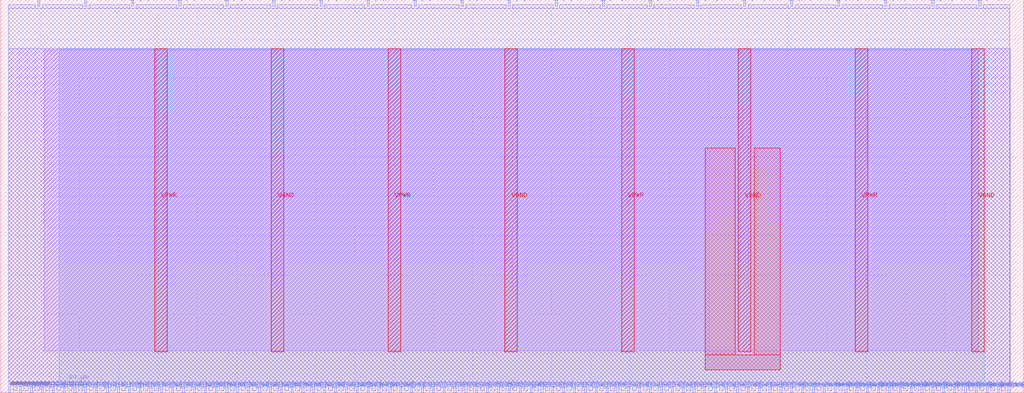
<source format=lef>
VERSION 5.7 ;
  NOWIREEXTENSIONATPIN ON ;
  DIVIDERCHAR "/" ;
  BUSBITCHARS "[]" ;
MACRO N_term_RAM_IO
  CLASS BLOCK ;
  FOREIGN N_term_RAM_IO ;
  ORIGIN 0.000 0.000 ;
  SIZE 130.000 BY 50.000 ;
  PIN FrameStrobe[0]
    DIRECTION INPUT ;
    USE SIGNAL ;
    ANTENNAGATEAREA 0.196500 ;
    PORT
      LAYER met2 ;
        RECT 101.750 0.000 102.030 0.800 ;
    END
  END FrameStrobe[0]
  PIN FrameStrobe[10]
    DIRECTION INPUT ;
    USE SIGNAL ;
    ANTENNAGATEAREA 0.196500 ;
    PORT
      LAYER met2 ;
        RECT 115.550 0.000 115.830 0.800 ;
    END
  END FrameStrobe[10]
  PIN FrameStrobe[11]
    DIRECTION INPUT ;
    USE SIGNAL ;
    ANTENNAGATEAREA 0.196500 ;
    PORT
      LAYER met2 ;
        RECT 116.930 0.000 117.210 0.800 ;
    END
  END FrameStrobe[11]
  PIN FrameStrobe[12]
    DIRECTION INPUT ;
    USE SIGNAL ;
    ANTENNAGATEAREA 0.196500 ;
    PORT
      LAYER met2 ;
        RECT 118.310 0.000 118.590 0.800 ;
    END
  END FrameStrobe[12]
  PIN FrameStrobe[13]
    DIRECTION INPUT ;
    USE SIGNAL ;
    ANTENNAGATEAREA 0.196500 ;
    PORT
      LAYER met2 ;
        RECT 119.690 0.000 119.970 0.800 ;
    END
  END FrameStrobe[13]
  PIN FrameStrobe[14]
    DIRECTION INPUT ;
    USE SIGNAL ;
    ANTENNAGATEAREA 0.196500 ;
    PORT
      LAYER met2 ;
        RECT 121.070 0.000 121.350 0.800 ;
    END
  END FrameStrobe[14]
  PIN FrameStrobe[15]
    DIRECTION INPUT ;
    USE SIGNAL ;
    ANTENNAGATEAREA 0.196500 ;
    PORT
      LAYER met2 ;
        RECT 122.450 0.000 122.730 0.800 ;
    END
  END FrameStrobe[15]
  PIN FrameStrobe[16]
    DIRECTION INPUT ;
    USE SIGNAL ;
    ANTENNAGATEAREA 0.196500 ;
    PORT
      LAYER met2 ;
        RECT 123.830 0.000 124.110 0.800 ;
    END
  END FrameStrobe[16]
  PIN FrameStrobe[17]
    DIRECTION INPUT ;
    USE SIGNAL ;
    ANTENNAGATEAREA 0.196500 ;
    PORT
      LAYER met2 ;
        RECT 125.210 0.000 125.490 0.800 ;
    END
  END FrameStrobe[17]
  PIN FrameStrobe[18]
    DIRECTION INPUT ;
    USE SIGNAL ;
    ANTENNAGATEAREA 0.196500 ;
    PORT
      LAYER met2 ;
        RECT 126.590 0.000 126.870 0.800 ;
    END
  END FrameStrobe[18]
  PIN FrameStrobe[19]
    DIRECTION INPUT ;
    USE SIGNAL ;
    ANTENNAGATEAREA 0.196500 ;
    PORT
      LAYER met2 ;
        RECT 127.970 0.000 128.250 0.800 ;
    END
  END FrameStrobe[19]
  PIN FrameStrobe[1]
    DIRECTION INPUT ;
    USE SIGNAL ;
    ANTENNAGATEAREA 0.196500 ;
    PORT
      LAYER met2 ;
        RECT 103.130 0.000 103.410 0.800 ;
    END
  END FrameStrobe[1]
  PIN FrameStrobe[2]
    DIRECTION INPUT ;
    USE SIGNAL ;
    ANTENNAGATEAREA 0.196500 ;
    PORT
      LAYER met2 ;
        RECT 104.510 0.000 104.790 0.800 ;
    END
  END FrameStrobe[2]
  PIN FrameStrobe[3]
    DIRECTION INPUT ;
    USE SIGNAL ;
    ANTENNAGATEAREA 0.196500 ;
    PORT
      LAYER met2 ;
        RECT 105.890 0.000 106.170 0.800 ;
    END
  END FrameStrobe[3]
  PIN FrameStrobe[4]
    DIRECTION INPUT ;
    USE SIGNAL ;
    ANTENNAGATEAREA 0.196500 ;
    PORT
      LAYER met2 ;
        RECT 107.270 0.000 107.550 0.800 ;
    END
  END FrameStrobe[4]
  PIN FrameStrobe[5]
    DIRECTION INPUT ;
    USE SIGNAL ;
    ANTENNAGATEAREA 0.196500 ;
    PORT
      LAYER met2 ;
        RECT 108.650 0.000 108.930 0.800 ;
    END
  END FrameStrobe[5]
  PIN FrameStrobe[6]
    DIRECTION INPUT ;
    USE SIGNAL ;
    ANTENNAGATEAREA 0.196500 ;
    PORT
      LAYER met2 ;
        RECT 110.030 0.000 110.310 0.800 ;
    END
  END FrameStrobe[6]
  PIN FrameStrobe[7]
    DIRECTION INPUT ;
    USE SIGNAL ;
    ANTENNAGATEAREA 0.196500 ;
    PORT
      LAYER met2 ;
        RECT 111.410 0.000 111.690 0.800 ;
    END
  END FrameStrobe[7]
  PIN FrameStrobe[8]
    DIRECTION INPUT ;
    USE SIGNAL ;
    ANTENNAGATEAREA 0.196500 ;
    PORT
      LAYER met2 ;
        RECT 112.790 0.000 113.070 0.800 ;
    END
  END FrameStrobe[8]
  PIN FrameStrobe[9]
    DIRECTION INPUT ;
    USE SIGNAL ;
    ANTENNAGATEAREA 0.196500 ;
    PORT
      LAYER met2 ;
        RECT 114.170 0.000 114.450 0.800 ;
    END
  END FrameStrobe[9]
  PIN FrameStrobe_O[0]
    DIRECTION OUTPUT TRISTATE ;
    USE SIGNAL ;
    ANTENNADIFFAREA 0.445500 ;
    PORT
      LAYER met2 ;
        RECT 10.670 49.200 10.950 50.000 ;
    END
  END FrameStrobe_O[0]
  PIN FrameStrobe_O[10]
    DIRECTION OUTPUT TRISTATE ;
    USE SIGNAL ;
    ANTENNADIFFAREA 0.445500 ;
    PORT
      LAYER met2 ;
        RECT 70.470 49.200 70.750 50.000 ;
    END
  END FrameStrobe_O[10]
  PIN FrameStrobe_O[11]
    DIRECTION OUTPUT TRISTATE ;
    USE SIGNAL ;
    ANTENNADIFFAREA 0.795200 ;
    PORT
      LAYER met2 ;
        RECT 76.450 49.200 76.730 50.000 ;
    END
  END FrameStrobe_O[11]
  PIN FrameStrobe_O[12]
    DIRECTION OUTPUT TRISTATE ;
    USE SIGNAL ;
    ANTENNADIFFAREA 0.795200 ;
    PORT
      LAYER met2 ;
        RECT 82.430 49.200 82.710 50.000 ;
    END
  END FrameStrobe_O[12]
  PIN FrameStrobe_O[13]
    DIRECTION OUTPUT TRISTATE ;
    USE SIGNAL ;
    ANTENNADIFFAREA 0.795200 ;
    PORT
      LAYER met2 ;
        RECT 88.410 49.200 88.690 50.000 ;
    END
  END FrameStrobe_O[13]
  PIN FrameStrobe_O[14]
    DIRECTION OUTPUT TRISTATE ;
    USE SIGNAL ;
    ANTENNADIFFAREA 0.795200 ;
    PORT
      LAYER met2 ;
        RECT 94.390 49.200 94.670 50.000 ;
    END
  END FrameStrobe_O[14]
  PIN FrameStrobe_O[15]
    DIRECTION OUTPUT TRISTATE ;
    USE SIGNAL ;
    ANTENNADIFFAREA 0.445500 ;
    PORT
      LAYER met2 ;
        RECT 100.370 49.200 100.650 50.000 ;
    END
  END FrameStrobe_O[15]
  PIN FrameStrobe_O[16]
    DIRECTION OUTPUT TRISTATE ;
    USE SIGNAL ;
    ANTENNADIFFAREA 0.445500 ;
    PORT
      LAYER met2 ;
        RECT 106.350 49.200 106.630 50.000 ;
    END
  END FrameStrobe_O[16]
  PIN FrameStrobe_O[17]
    DIRECTION OUTPUT TRISTATE ;
    USE SIGNAL ;
    ANTENNADIFFAREA 0.445500 ;
    PORT
      LAYER met2 ;
        RECT 112.330 49.200 112.610 50.000 ;
    END
  END FrameStrobe_O[17]
  PIN FrameStrobe_O[18]
    DIRECTION OUTPUT TRISTATE ;
    USE SIGNAL ;
    ANTENNADIFFAREA 0.445500 ;
    PORT
      LAYER met2 ;
        RECT 118.310 49.200 118.590 50.000 ;
    END
  END FrameStrobe_O[18]
  PIN FrameStrobe_O[19]
    DIRECTION OUTPUT TRISTATE ;
    USE SIGNAL ;
    ANTENNADIFFAREA 0.795200 ;
    PORT
      LAYER met2 ;
        RECT 124.290 49.200 124.570 50.000 ;
    END
  END FrameStrobe_O[19]
  PIN FrameStrobe_O[1]
    DIRECTION OUTPUT TRISTATE ;
    USE SIGNAL ;
    ANTENNADIFFAREA 0.445500 ;
    PORT
      LAYER met2 ;
        RECT 16.650 49.200 16.930 50.000 ;
    END
  END FrameStrobe_O[1]
  PIN FrameStrobe_O[2]
    DIRECTION OUTPUT TRISTATE ;
    USE SIGNAL ;
    ANTENNADIFFAREA 0.445500 ;
    PORT
      LAYER met2 ;
        RECT 22.630 49.200 22.910 50.000 ;
    END
  END FrameStrobe_O[2]
  PIN FrameStrobe_O[3]
    DIRECTION OUTPUT TRISTATE ;
    USE SIGNAL ;
    ANTENNADIFFAREA 0.445500 ;
    PORT
      LAYER met2 ;
        RECT 28.610 49.200 28.890 50.000 ;
    END
  END FrameStrobe_O[3]
  PIN FrameStrobe_O[4]
    DIRECTION OUTPUT TRISTATE ;
    USE SIGNAL ;
    ANTENNADIFFAREA 0.795200 ;
    PORT
      LAYER met2 ;
        RECT 34.590 49.200 34.870 50.000 ;
    END
  END FrameStrobe_O[4]
  PIN FrameStrobe_O[5]
    DIRECTION OUTPUT TRISTATE ;
    USE SIGNAL ;
    ANTENNADIFFAREA 0.795200 ;
    PORT
      LAYER met2 ;
        RECT 40.570 49.200 40.850 50.000 ;
    END
  END FrameStrobe_O[5]
  PIN FrameStrobe_O[6]
    DIRECTION OUTPUT TRISTATE ;
    USE SIGNAL ;
    ANTENNADIFFAREA 0.445500 ;
    PORT
      LAYER met2 ;
        RECT 46.550 49.200 46.830 50.000 ;
    END
  END FrameStrobe_O[6]
  PIN FrameStrobe_O[7]
    DIRECTION OUTPUT TRISTATE ;
    USE SIGNAL ;
    ANTENNADIFFAREA 0.445500 ;
    PORT
      LAYER met2 ;
        RECT 52.530 49.200 52.810 50.000 ;
    END
  END FrameStrobe_O[7]
  PIN FrameStrobe_O[8]
    DIRECTION OUTPUT TRISTATE ;
    USE SIGNAL ;
    ANTENNADIFFAREA 0.445500 ;
    PORT
      LAYER met2 ;
        RECT 58.510 49.200 58.790 50.000 ;
    END
  END FrameStrobe_O[8]
  PIN FrameStrobe_O[9]
    DIRECTION OUTPUT TRISTATE ;
    USE SIGNAL ;
    ANTENNADIFFAREA 0.445500 ;
    PORT
      LAYER met2 ;
        RECT 64.490 49.200 64.770 50.000 ;
    END
  END FrameStrobe_O[9]
  PIN N1END[0]
    DIRECTION INPUT ;
    USE SIGNAL ;
    ANTENNAGATEAREA 0.196500 ;
    PORT
      LAYER met2 ;
        RECT 1.010 0.000 1.290 0.800 ;
    END
  END N1END[0]
  PIN N1END[1]
    DIRECTION INPUT ;
    USE SIGNAL ;
    ANTENNAGATEAREA 0.196500 ;
    PORT
      LAYER met2 ;
        RECT 2.390 0.000 2.670 0.800 ;
    END
  END N1END[1]
  PIN N1END[2]
    DIRECTION INPUT ;
    USE SIGNAL ;
    ANTENNAGATEAREA 0.196500 ;
    PORT
      LAYER met2 ;
        RECT 3.770 0.000 4.050 0.800 ;
    END
  END N1END[2]
  PIN N1END[3]
    DIRECTION INPUT ;
    USE SIGNAL ;
    ANTENNAGATEAREA 0.196500 ;
    PORT
      LAYER met2 ;
        RECT 5.150 0.000 5.430 0.800 ;
    END
  END N1END[3]
  PIN N2END[0]
    DIRECTION INPUT ;
    USE SIGNAL ;
    ANTENNAGATEAREA 0.196500 ;
    PORT
      LAYER met2 ;
        RECT 17.570 0.000 17.850 0.800 ;
    END
  END N2END[0]
  PIN N2END[1]
    DIRECTION INPUT ;
    USE SIGNAL ;
    ANTENNAGATEAREA 0.196500 ;
    PORT
      LAYER met2 ;
        RECT 18.950 0.000 19.230 0.800 ;
    END
  END N2END[1]
  PIN N2END[2]
    DIRECTION INPUT ;
    USE SIGNAL ;
    ANTENNAGATEAREA 0.196500 ;
    PORT
      LAYER met2 ;
        RECT 20.330 0.000 20.610 0.800 ;
    END
  END N2END[2]
  PIN N2END[3]
    DIRECTION INPUT ;
    USE SIGNAL ;
    ANTENNAGATEAREA 0.196500 ;
    PORT
      LAYER met2 ;
        RECT 21.710 0.000 21.990 0.800 ;
    END
  END N2END[3]
  PIN N2END[4]
    DIRECTION INPUT ;
    USE SIGNAL ;
    ANTENNAGATEAREA 0.196500 ;
    PORT
      LAYER met2 ;
        RECT 23.090 0.000 23.370 0.800 ;
    END
  END N2END[4]
  PIN N2END[5]
    DIRECTION INPUT ;
    USE SIGNAL ;
    ANTENNAGATEAREA 0.196500 ;
    PORT
      LAYER met2 ;
        RECT 24.470 0.000 24.750 0.800 ;
    END
  END N2END[5]
  PIN N2END[6]
    DIRECTION INPUT ;
    USE SIGNAL ;
    ANTENNAGATEAREA 0.196500 ;
    PORT
      LAYER met2 ;
        RECT 25.850 0.000 26.130 0.800 ;
    END
  END N2END[6]
  PIN N2END[7]
    DIRECTION INPUT ;
    USE SIGNAL ;
    ANTENNAGATEAREA 0.196500 ;
    PORT
      LAYER met2 ;
        RECT 27.230 0.000 27.510 0.800 ;
    END
  END N2END[7]
  PIN N2MID[0]
    DIRECTION INPUT ;
    USE SIGNAL ;
    ANTENNAGATEAREA 0.196500 ;
    PORT
      LAYER met2 ;
        RECT 6.530 0.000 6.810 0.800 ;
    END
  END N2MID[0]
  PIN N2MID[1]
    DIRECTION INPUT ;
    USE SIGNAL ;
    ANTENNAGATEAREA 0.196500 ;
    PORT
      LAYER met2 ;
        RECT 7.910 0.000 8.190 0.800 ;
    END
  END N2MID[1]
  PIN N2MID[2]
    DIRECTION INPUT ;
    USE SIGNAL ;
    ANTENNAGATEAREA 0.196500 ;
    PORT
      LAYER met2 ;
        RECT 9.290 0.000 9.570 0.800 ;
    END
  END N2MID[2]
  PIN N2MID[3]
    DIRECTION INPUT ;
    USE SIGNAL ;
    ANTENNAGATEAREA 0.196500 ;
    PORT
      LAYER met2 ;
        RECT 10.670 0.000 10.950 0.800 ;
    END
  END N2MID[3]
  PIN N2MID[4]
    DIRECTION INPUT ;
    USE SIGNAL ;
    ANTENNAGATEAREA 0.196500 ;
    PORT
      LAYER met2 ;
        RECT 12.050 0.000 12.330 0.800 ;
    END
  END N2MID[4]
  PIN N2MID[5]
    DIRECTION INPUT ;
    USE SIGNAL ;
    ANTENNAGATEAREA 0.196500 ;
    PORT
      LAYER met2 ;
        RECT 13.430 0.000 13.710 0.800 ;
    END
  END N2MID[5]
  PIN N2MID[6]
    DIRECTION INPUT ;
    USE SIGNAL ;
    ANTENNAGATEAREA 0.196500 ;
    PORT
      LAYER met2 ;
        RECT 14.810 0.000 15.090 0.800 ;
    END
  END N2MID[6]
  PIN N2MID[7]
    DIRECTION INPUT ;
    USE SIGNAL ;
    ANTENNAGATEAREA 0.196500 ;
    PORT
      LAYER met2 ;
        RECT 16.190 0.000 16.470 0.800 ;
    END
  END N2MID[7]
  PIN N4END[0]
    DIRECTION INPUT ;
    USE SIGNAL ;
    ANTENNAGATEAREA 0.196500 ;
    PORT
      LAYER met2 ;
        RECT 28.610 0.000 28.890 0.800 ;
    END
  END N4END[0]
  PIN N4END[10]
    DIRECTION INPUT ;
    USE SIGNAL ;
    ANTENNAGATEAREA 0.196500 ;
    PORT
      LAYER met2 ;
        RECT 42.410 0.000 42.690 0.800 ;
    END
  END N4END[10]
  PIN N4END[11]
    DIRECTION INPUT ;
    USE SIGNAL ;
    ANTENNAGATEAREA 0.196500 ;
    PORT
      LAYER met2 ;
        RECT 43.790 0.000 44.070 0.800 ;
    END
  END N4END[11]
  PIN N4END[12]
    DIRECTION INPUT ;
    USE SIGNAL ;
    ANTENNAGATEAREA 0.196500 ;
    PORT
      LAYER met2 ;
        RECT 45.170 0.000 45.450 0.800 ;
    END
  END N4END[12]
  PIN N4END[13]
    DIRECTION INPUT ;
    USE SIGNAL ;
    ANTENNAGATEAREA 0.196500 ;
    PORT
      LAYER met2 ;
        RECT 46.550 0.000 46.830 0.800 ;
    END
  END N4END[13]
  PIN N4END[14]
    DIRECTION INPUT ;
    USE SIGNAL ;
    ANTENNAGATEAREA 0.196500 ;
    PORT
      LAYER met2 ;
        RECT 47.930 0.000 48.210 0.800 ;
    END
  END N4END[14]
  PIN N4END[15]
    DIRECTION INPUT ;
    USE SIGNAL ;
    ANTENNAGATEAREA 0.196500 ;
    PORT
      LAYER met2 ;
        RECT 49.310 0.000 49.590 0.800 ;
    END
  END N4END[15]
  PIN N4END[1]
    DIRECTION INPUT ;
    USE SIGNAL ;
    ANTENNAGATEAREA 0.196500 ;
    PORT
      LAYER met2 ;
        RECT 29.990 0.000 30.270 0.800 ;
    END
  END N4END[1]
  PIN N4END[2]
    DIRECTION INPUT ;
    USE SIGNAL ;
    ANTENNAGATEAREA 0.196500 ;
    PORT
      LAYER met2 ;
        RECT 31.370 0.000 31.650 0.800 ;
    END
  END N4END[2]
  PIN N4END[3]
    DIRECTION INPUT ;
    USE SIGNAL ;
    ANTENNAGATEAREA 0.196500 ;
    PORT
      LAYER met2 ;
        RECT 32.750 0.000 33.030 0.800 ;
    END
  END N4END[3]
  PIN N4END[4]
    DIRECTION INPUT ;
    USE SIGNAL ;
    ANTENNAGATEAREA 0.196500 ;
    PORT
      LAYER met2 ;
        RECT 34.130 0.000 34.410 0.800 ;
    END
  END N4END[4]
  PIN N4END[5]
    DIRECTION INPUT ;
    USE SIGNAL ;
    ANTENNAGATEAREA 0.196500 ;
    PORT
      LAYER met2 ;
        RECT 35.510 0.000 35.790 0.800 ;
    END
  END N4END[5]
  PIN N4END[6]
    DIRECTION INPUT ;
    USE SIGNAL ;
    ANTENNAGATEAREA 0.196500 ;
    PORT
      LAYER met2 ;
        RECT 36.890 0.000 37.170 0.800 ;
    END
  END N4END[6]
  PIN N4END[7]
    DIRECTION INPUT ;
    USE SIGNAL ;
    ANTENNAGATEAREA 0.196500 ;
    PORT
      LAYER met2 ;
        RECT 38.270 0.000 38.550 0.800 ;
    END
  END N4END[7]
  PIN N4END[8]
    DIRECTION INPUT ;
    USE SIGNAL ;
    ANTENNAGATEAREA 0.196500 ;
    PORT
      LAYER met2 ;
        RECT 39.650 0.000 39.930 0.800 ;
    END
  END N4END[8]
  PIN N4END[9]
    DIRECTION INPUT ;
    USE SIGNAL ;
    ANTENNAGATEAREA 0.196500 ;
    PORT
      LAYER met2 ;
        RECT 41.030 0.000 41.310 0.800 ;
    END
  END N4END[9]
  PIN S1BEG[0]
    DIRECTION OUTPUT TRISTATE ;
    USE SIGNAL ;
    ANTENNADIFFAREA 0.445500 ;
    PORT
      LAYER met2 ;
        RECT 50.690 0.000 50.970 0.800 ;
    END
  END S1BEG[0]
  PIN S1BEG[1]
    DIRECTION OUTPUT TRISTATE ;
    USE SIGNAL ;
    ANTENNADIFFAREA 0.795200 ;
    PORT
      LAYER met2 ;
        RECT 52.070 0.000 52.350 0.800 ;
    END
  END S1BEG[1]
  PIN S1BEG[2]
    DIRECTION OUTPUT TRISTATE ;
    USE SIGNAL ;
    ANTENNADIFFAREA 0.445500 ;
    PORT
      LAYER met2 ;
        RECT 53.450 0.000 53.730 0.800 ;
    END
  END S1BEG[2]
  PIN S1BEG[3]
    DIRECTION OUTPUT TRISTATE ;
    USE SIGNAL ;
    ANTENNADIFFAREA 0.795200 ;
    PORT
      LAYER met2 ;
        RECT 54.830 0.000 55.110 0.800 ;
    END
  END S1BEG[3]
  PIN S2BEG[0]
    DIRECTION OUTPUT TRISTATE ;
    USE SIGNAL ;
    ANTENNADIFFAREA 0.445500 ;
    PORT
      LAYER met2 ;
        RECT 67.250 0.000 67.530 0.800 ;
    END
  END S2BEG[0]
  PIN S2BEG[1]
    DIRECTION OUTPUT TRISTATE ;
    USE SIGNAL ;
    ANTENNADIFFAREA 0.795200 ;
    PORT
      LAYER met2 ;
        RECT 68.630 0.000 68.910 0.800 ;
    END
  END S2BEG[1]
  PIN S2BEG[2]
    DIRECTION OUTPUT TRISTATE ;
    USE SIGNAL ;
    ANTENNADIFFAREA 0.445500 ;
    PORT
      LAYER met2 ;
        RECT 70.010 0.000 70.290 0.800 ;
    END
  END S2BEG[2]
  PIN S2BEG[3]
    DIRECTION OUTPUT TRISTATE ;
    USE SIGNAL ;
    ANTENNADIFFAREA 0.445500 ;
    PORT
      LAYER met2 ;
        RECT 71.390 0.000 71.670 0.800 ;
    END
  END S2BEG[3]
  PIN S2BEG[4]
    DIRECTION OUTPUT TRISTATE ;
    USE SIGNAL ;
    ANTENNADIFFAREA 0.445500 ;
    PORT
      LAYER met2 ;
        RECT 72.770 0.000 73.050 0.800 ;
    END
  END S2BEG[4]
  PIN S2BEG[5]
    DIRECTION OUTPUT TRISTATE ;
    USE SIGNAL ;
    ANTENNADIFFAREA 0.795200 ;
    PORT
      LAYER met2 ;
        RECT 74.150 0.000 74.430 0.800 ;
    END
  END S2BEG[5]
  PIN S2BEG[6]
    DIRECTION OUTPUT TRISTATE ;
    USE SIGNAL ;
    ANTENNADIFFAREA 0.795200 ;
    PORT
      LAYER met2 ;
        RECT 75.530 0.000 75.810 0.800 ;
    END
  END S2BEG[6]
  PIN S2BEG[7]
    DIRECTION OUTPUT TRISTATE ;
    USE SIGNAL ;
    ANTENNADIFFAREA 0.445500 ;
    PORT
      LAYER met2 ;
        RECT 76.910 0.000 77.190 0.800 ;
    END
  END S2BEG[7]
  PIN S2BEGb[0]
    DIRECTION OUTPUT TRISTATE ;
    USE SIGNAL ;
    ANTENNADIFFAREA 0.795200 ;
    PORT
      LAYER met2 ;
        RECT 56.210 0.000 56.490 0.800 ;
    END
  END S2BEGb[0]
  PIN S2BEGb[1]
    DIRECTION OUTPUT TRISTATE ;
    USE SIGNAL ;
    ANTENNADIFFAREA 0.445500 ;
    PORT
      LAYER met2 ;
        RECT 57.590 0.000 57.870 0.800 ;
    END
  END S2BEGb[1]
  PIN S2BEGb[2]
    DIRECTION OUTPUT TRISTATE ;
    USE SIGNAL ;
    ANTENNADIFFAREA 0.795200 ;
    PORT
      LAYER met2 ;
        RECT 58.970 0.000 59.250 0.800 ;
    END
  END S2BEGb[2]
  PIN S2BEGb[3]
    DIRECTION OUTPUT TRISTATE ;
    USE SIGNAL ;
    ANTENNADIFFAREA 0.445500 ;
    PORT
      LAYER met2 ;
        RECT 60.350 0.000 60.630 0.800 ;
    END
  END S2BEGb[3]
  PIN S2BEGb[4]
    DIRECTION OUTPUT TRISTATE ;
    USE SIGNAL ;
    ANTENNADIFFAREA 0.795200 ;
    PORT
      LAYER met2 ;
        RECT 61.730 0.000 62.010 0.800 ;
    END
  END S2BEGb[4]
  PIN S2BEGb[5]
    DIRECTION OUTPUT TRISTATE ;
    USE SIGNAL ;
    ANTENNADIFFAREA 0.795200 ;
    PORT
      LAYER met2 ;
        RECT 63.110 0.000 63.390 0.800 ;
    END
  END S2BEGb[5]
  PIN S2BEGb[6]
    DIRECTION OUTPUT TRISTATE ;
    USE SIGNAL ;
    ANTENNADIFFAREA 0.445500 ;
    PORT
      LAYER met2 ;
        RECT 64.490 0.000 64.770 0.800 ;
    END
  END S2BEGb[6]
  PIN S2BEGb[7]
    DIRECTION OUTPUT TRISTATE ;
    USE SIGNAL ;
    ANTENNADIFFAREA 0.445500 ;
    PORT
      LAYER met2 ;
        RECT 65.870 0.000 66.150 0.800 ;
    END
  END S2BEGb[7]
  PIN S4BEG[0]
    DIRECTION OUTPUT TRISTATE ;
    USE SIGNAL ;
    ANTENNADIFFAREA 0.795200 ;
    PORT
      LAYER met2 ;
        RECT 78.290 0.000 78.570 0.800 ;
    END
  END S4BEG[0]
  PIN S4BEG[10]
    DIRECTION OUTPUT TRISTATE ;
    USE SIGNAL ;
    ANTENNADIFFAREA 0.795200 ;
    PORT
      LAYER met2 ;
        RECT 92.090 0.000 92.370 0.800 ;
    END
  END S4BEG[10]
  PIN S4BEG[11]
    DIRECTION OUTPUT TRISTATE ;
    USE SIGNAL ;
    ANTENNADIFFAREA 0.795200 ;
    PORT
      LAYER met2 ;
        RECT 93.470 0.000 93.750 0.800 ;
    END
  END S4BEG[11]
  PIN S4BEG[12]
    DIRECTION OUTPUT TRISTATE ;
    USE SIGNAL ;
    ANTENNADIFFAREA 0.795200 ;
    PORT
      LAYER met2 ;
        RECT 94.850 0.000 95.130 0.800 ;
    END
  END S4BEG[12]
  PIN S4BEG[13]
    DIRECTION OUTPUT TRISTATE ;
    USE SIGNAL ;
    ANTENNADIFFAREA 0.795200 ;
    PORT
      LAYER met2 ;
        RECT 96.230 0.000 96.510 0.800 ;
    END
  END S4BEG[13]
  PIN S4BEG[14]
    DIRECTION OUTPUT TRISTATE ;
    USE SIGNAL ;
    ANTENNADIFFAREA 0.445500 ;
    PORT
      LAYER met2 ;
        RECT 97.610 0.000 97.890 0.800 ;
    END
  END S4BEG[14]
  PIN S4BEG[15]
    DIRECTION OUTPUT TRISTATE ;
    USE SIGNAL ;
    ANTENNADIFFAREA 0.795200 ;
    PORT
      LAYER met2 ;
        RECT 98.990 0.000 99.270 0.800 ;
    END
  END S4BEG[15]
  PIN S4BEG[1]
    DIRECTION OUTPUT TRISTATE ;
    USE SIGNAL ;
    ANTENNADIFFAREA 0.795200 ;
    PORT
      LAYER met2 ;
        RECT 79.670 0.000 79.950 0.800 ;
    END
  END S4BEG[1]
  PIN S4BEG[2]
    DIRECTION OUTPUT TRISTATE ;
    USE SIGNAL ;
    ANTENNADIFFAREA 0.795200 ;
    PORT
      LAYER met2 ;
        RECT 81.050 0.000 81.330 0.800 ;
    END
  END S4BEG[2]
  PIN S4BEG[3]
    DIRECTION OUTPUT TRISTATE ;
    USE SIGNAL ;
    ANTENNADIFFAREA 0.795200 ;
    PORT
      LAYER met2 ;
        RECT 82.430 0.000 82.710 0.800 ;
    END
  END S4BEG[3]
  PIN S4BEG[4]
    DIRECTION OUTPUT TRISTATE ;
    USE SIGNAL ;
    ANTENNADIFFAREA 0.795200 ;
    PORT
      LAYER met2 ;
        RECT 83.810 0.000 84.090 0.800 ;
    END
  END S4BEG[4]
  PIN S4BEG[5]
    DIRECTION OUTPUT TRISTATE ;
    USE SIGNAL ;
    ANTENNADIFFAREA 0.795200 ;
    PORT
      LAYER met2 ;
        RECT 85.190 0.000 85.470 0.800 ;
    END
  END S4BEG[5]
  PIN S4BEG[6]
    DIRECTION OUTPUT TRISTATE ;
    USE SIGNAL ;
    ANTENNADIFFAREA 0.795200 ;
    PORT
      LAYER met2 ;
        RECT 86.570 0.000 86.850 0.800 ;
    END
  END S4BEG[6]
  PIN S4BEG[7]
    DIRECTION OUTPUT TRISTATE ;
    USE SIGNAL ;
    ANTENNADIFFAREA 0.795200 ;
    PORT
      LAYER met2 ;
        RECT 87.950 0.000 88.230 0.800 ;
    END
  END S4BEG[7]
  PIN S4BEG[8]
    DIRECTION OUTPUT TRISTATE ;
    USE SIGNAL ;
    ANTENNADIFFAREA 0.795200 ;
    PORT
      LAYER met2 ;
        RECT 89.330 0.000 89.610 0.800 ;
    END
  END S4BEG[8]
  PIN S4BEG[9]
    DIRECTION OUTPUT TRISTATE ;
    USE SIGNAL ;
    ANTENNADIFFAREA 0.795200 ;
    PORT
      LAYER met2 ;
        RECT 90.710 0.000 90.990 0.800 ;
    END
  END S4BEG[9]
  PIN UserCLK
    DIRECTION INPUT ;
    USE SIGNAL ;
    ANTENNAGATEAREA 0.196500 ;
    PORT
      LAYER met2 ;
        RECT 100.370 0.000 100.650 0.800 ;
    END
  END UserCLK
  PIN UserCLKo
    DIRECTION OUTPUT TRISTATE ;
    USE SIGNAL ;
    ANTENNADIFFAREA 0.795200 ;
    PORT
      LAYER met2 ;
        RECT 4.690 49.200 4.970 50.000 ;
    END
  END UserCLKo
  PIN VGND
    DIRECTION INOUT ;
    USE GROUND ;
    PORT
      LAYER met4 ;
        RECT 34.390 5.200 35.990 43.760 ;
    END
    PORT
      LAYER met4 ;
        RECT 64.060 5.200 65.660 43.760 ;
    END
    PORT
      LAYER met4 ;
        RECT 93.730 5.200 95.330 43.760 ;
    END
    PORT
      LAYER met4 ;
        RECT 123.400 5.200 125.000 43.760 ;
    END
  END VGND
  PIN VPWR
    DIRECTION INOUT ;
    USE POWER ;
    PORT
      LAYER met4 ;
        RECT 19.555 5.200 21.155 43.760 ;
    END
    PORT
      LAYER met4 ;
        RECT 49.225 5.200 50.825 43.760 ;
    END
    PORT
      LAYER met4 ;
        RECT 78.895 5.200 80.495 43.760 ;
    END
    PORT
      LAYER met4 ;
        RECT 108.565 5.200 110.165 43.760 ;
    END
  END VPWR
  OBS
      LAYER li1 ;
        RECT 5.520 5.355 124.200 43.605 ;
      LAYER met1 ;
        RECT 0.990 1.060 128.270 43.760 ;
      LAYER met2 ;
        RECT 1.020 48.920 4.410 49.370 ;
        RECT 5.250 48.920 10.390 49.370 ;
        RECT 11.230 48.920 16.370 49.370 ;
        RECT 17.210 48.920 22.350 49.370 ;
        RECT 23.190 48.920 28.330 49.370 ;
        RECT 29.170 48.920 34.310 49.370 ;
        RECT 35.150 48.920 40.290 49.370 ;
        RECT 41.130 48.920 46.270 49.370 ;
        RECT 47.110 48.920 52.250 49.370 ;
        RECT 53.090 48.920 58.230 49.370 ;
        RECT 59.070 48.920 64.210 49.370 ;
        RECT 65.050 48.920 70.190 49.370 ;
        RECT 71.030 48.920 76.170 49.370 ;
        RECT 77.010 48.920 82.150 49.370 ;
        RECT 82.990 48.920 88.130 49.370 ;
        RECT 88.970 48.920 94.110 49.370 ;
        RECT 94.950 48.920 100.090 49.370 ;
        RECT 100.930 48.920 106.070 49.370 ;
        RECT 106.910 48.920 112.050 49.370 ;
        RECT 112.890 48.920 118.030 49.370 ;
        RECT 118.870 48.920 124.010 49.370 ;
        RECT 124.850 48.920 128.240 49.370 ;
        RECT 1.020 1.080 128.240 48.920 ;
        RECT 1.570 0.270 2.110 1.080 ;
        RECT 2.950 0.270 3.490 1.080 ;
        RECT 4.330 0.270 4.870 1.080 ;
        RECT 5.710 0.270 6.250 1.080 ;
        RECT 7.090 0.270 7.630 1.080 ;
        RECT 8.470 0.270 9.010 1.080 ;
        RECT 9.850 0.270 10.390 1.080 ;
        RECT 11.230 0.270 11.770 1.080 ;
        RECT 12.610 0.270 13.150 1.080 ;
        RECT 13.990 0.270 14.530 1.080 ;
        RECT 15.370 0.270 15.910 1.080 ;
        RECT 16.750 0.270 17.290 1.080 ;
        RECT 18.130 0.270 18.670 1.080 ;
        RECT 19.510 0.270 20.050 1.080 ;
        RECT 20.890 0.270 21.430 1.080 ;
        RECT 22.270 0.270 22.810 1.080 ;
        RECT 23.650 0.270 24.190 1.080 ;
        RECT 25.030 0.270 25.570 1.080 ;
        RECT 26.410 0.270 26.950 1.080 ;
        RECT 27.790 0.270 28.330 1.080 ;
        RECT 29.170 0.270 29.710 1.080 ;
        RECT 30.550 0.270 31.090 1.080 ;
        RECT 31.930 0.270 32.470 1.080 ;
        RECT 33.310 0.270 33.850 1.080 ;
        RECT 34.690 0.270 35.230 1.080 ;
        RECT 36.070 0.270 36.610 1.080 ;
        RECT 37.450 0.270 37.990 1.080 ;
        RECT 38.830 0.270 39.370 1.080 ;
        RECT 40.210 0.270 40.750 1.080 ;
        RECT 41.590 0.270 42.130 1.080 ;
        RECT 42.970 0.270 43.510 1.080 ;
        RECT 44.350 0.270 44.890 1.080 ;
        RECT 45.730 0.270 46.270 1.080 ;
        RECT 47.110 0.270 47.650 1.080 ;
        RECT 48.490 0.270 49.030 1.080 ;
        RECT 49.870 0.270 50.410 1.080 ;
        RECT 51.250 0.270 51.790 1.080 ;
        RECT 52.630 0.270 53.170 1.080 ;
        RECT 54.010 0.270 54.550 1.080 ;
        RECT 55.390 0.270 55.930 1.080 ;
        RECT 56.770 0.270 57.310 1.080 ;
        RECT 58.150 0.270 58.690 1.080 ;
        RECT 59.530 0.270 60.070 1.080 ;
        RECT 60.910 0.270 61.450 1.080 ;
        RECT 62.290 0.270 62.830 1.080 ;
        RECT 63.670 0.270 64.210 1.080 ;
        RECT 65.050 0.270 65.590 1.080 ;
        RECT 66.430 0.270 66.970 1.080 ;
        RECT 67.810 0.270 68.350 1.080 ;
        RECT 69.190 0.270 69.730 1.080 ;
        RECT 70.570 0.270 71.110 1.080 ;
        RECT 71.950 0.270 72.490 1.080 ;
        RECT 73.330 0.270 73.870 1.080 ;
        RECT 74.710 0.270 75.250 1.080 ;
        RECT 76.090 0.270 76.630 1.080 ;
        RECT 77.470 0.270 78.010 1.080 ;
        RECT 78.850 0.270 79.390 1.080 ;
        RECT 80.230 0.270 80.770 1.080 ;
        RECT 81.610 0.270 82.150 1.080 ;
        RECT 82.990 0.270 83.530 1.080 ;
        RECT 84.370 0.270 84.910 1.080 ;
        RECT 85.750 0.270 86.290 1.080 ;
        RECT 87.130 0.270 87.670 1.080 ;
        RECT 88.510 0.270 89.050 1.080 ;
        RECT 89.890 0.270 90.430 1.080 ;
        RECT 91.270 0.270 91.810 1.080 ;
        RECT 92.650 0.270 93.190 1.080 ;
        RECT 94.030 0.270 94.570 1.080 ;
        RECT 95.410 0.270 95.950 1.080 ;
        RECT 96.790 0.270 97.330 1.080 ;
        RECT 98.170 0.270 98.710 1.080 ;
        RECT 99.550 0.270 100.090 1.080 ;
        RECT 100.930 0.270 101.470 1.080 ;
        RECT 102.310 0.270 102.850 1.080 ;
        RECT 103.690 0.270 104.230 1.080 ;
        RECT 105.070 0.270 105.610 1.080 ;
        RECT 106.450 0.270 106.990 1.080 ;
        RECT 107.830 0.270 108.370 1.080 ;
        RECT 109.210 0.270 109.750 1.080 ;
        RECT 110.590 0.270 111.130 1.080 ;
        RECT 111.970 0.270 112.510 1.080 ;
        RECT 113.350 0.270 113.890 1.080 ;
        RECT 114.730 0.270 115.270 1.080 ;
        RECT 116.110 0.270 116.650 1.080 ;
        RECT 117.490 0.270 118.030 1.080 ;
        RECT 118.870 0.270 119.410 1.080 ;
        RECT 120.250 0.270 120.790 1.080 ;
        RECT 121.630 0.270 122.170 1.080 ;
        RECT 123.010 0.270 123.550 1.080 ;
        RECT 124.390 0.270 124.930 1.080 ;
        RECT 125.770 0.270 126.310 1.080 ;
        RECT 127.150 0.270 127.690 1.080 ;
      LAYER met3 ;
        RECT 7.425 0.855 124.990 43.685 ;
      LAYER met4 ;
        RECT 89.535 4.800 93.330 31.105 ;
        RECT 95.730 4.800 99.065 31.105 ;
        RECT 89.535 2.895 99.065 4.800 ;
  END
END N_term_RAM_IO
END LIBRARY


</source>
